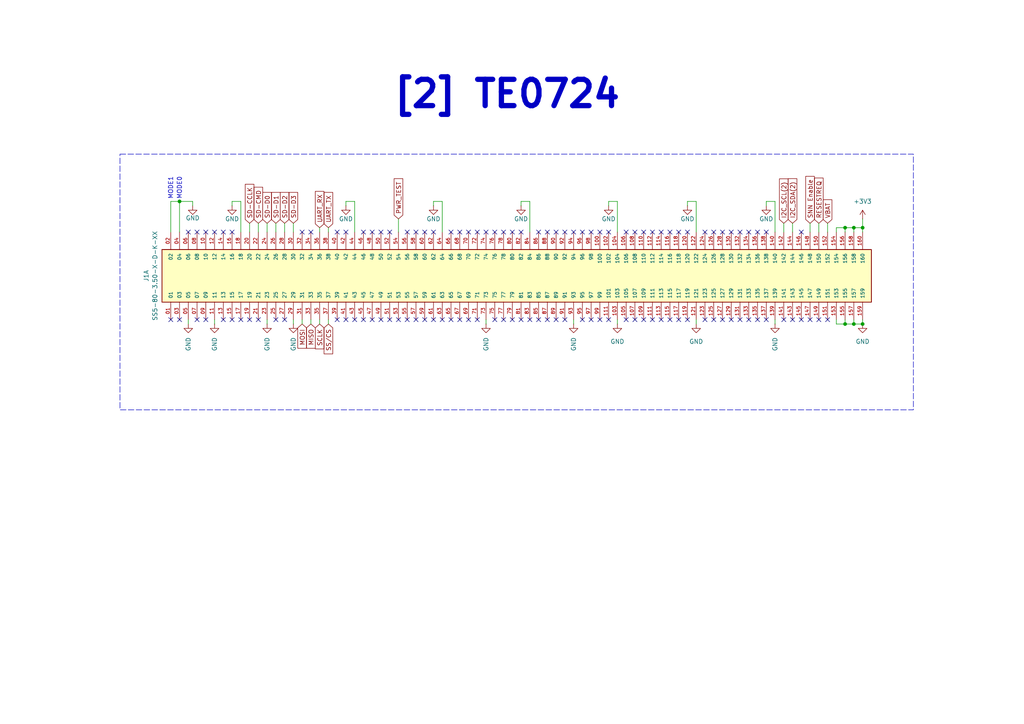
<source format=kicad_sch>
(kicad_sch (version 20250114) (generator "eeschema") (generator_version "9.0")
  (paper "A4")
  (lib_symbols
    (symbol "adapter:SS5-80-3.50-X-D-K-XX" (pin_names (offset 1.016))
      (property "Reference" "J1" (at 0 55.372 0))
      (property "Value" "SS5-80-3.50-X-D-K-XX" (at 0 52.832 0))
      (symbol "SS5-80-3.50-X-D-K-XX_1_0"
        (rectangle (start -7.62 50.8) (end 7.62 -154.94) (stroke (width 0.254)) (fill (type background)))
        (pin passive line (at -12.7 48.26 0) (length 5.08) (name "01") (number "01"))
        (pin passive line (at -12.7 45.72 0) (length 5.08) (name "03") (number "03"))
        (pin passive line (at -12.7 43.18 0) (length 5.08) (name "05") (number "05"))
        (pin passive line (at -12.7 40.64 0) (length 5.08) (name "07") (number "07"))
        (pin passive line (at -12.7 38.1 0) (length 5.08) (name "09") (number "09"))
        (pin passive line (at -12.7 35.56 0) (length 5.08) (name "11") (number "11"))
        (pin passive line (at -12.7 33.02 0) (length 5.08) (name "13") (number "13"))
        (pin passive line (at -12.7 30.48 0) (length 5.08) (name "15") (number "15"))
        (pin passive line (at -12.7 27.94 0) (length 5.08) (name "17") (number "17"))
        (pin passive line (at -12.7 25.4 0) (length 5.08) (name "19") (number "19"))
        (pin passive line (at -12.7 22.86 0) (length 5.08) (name "21") (number "21"))
        (pin passive line (at -12.7 20.32 0) (length 5.08) (name "23") (number "23"))
        (pin passive line (at -12.7 17.78 0) (length 5.08) (name "25") (number "25"))
        (pin passive line (at -12.7 15.24 0) (length 5.08) (name "27") (number "27"))
        (pin passive line (at -12.7 12.7 0) (length 5.08) (name "29") (number "29"))
        (pin passive line (at -12.7 10.16 0) (length 5.08) (name "31") (number "31"))
        (pin passive line (at -12.7 7.62 0) (length 5.08) (name "33") (number "33"))
        (pin passive line (at -12.7 5.08 0) (length 5.08) (name "35") (number "35"))
        (pin passive line (at -12.7 2.54 0) (length 5.08) (name "37") (number "37"))
        (pin passive line (at -12.7 0 0) (length 5.08) (name "39") (number "39"))
        (pin passive line (at -12.7 -2.54 0) (length 5.08) (name "41") (number "41"))
        (pin passive line (at -12.7 -5.08 0) (length 5.08) (name "43") (number "43"))
        (pin passive line (at -12.7 -7.62 0) (length 5.08) (name "45") (number "45"))
        (pin passive line (at -12.7 -10.16 0) (length 5.08) (name "47") (number "47"))
        (pin passive line (at -12.7 -12.7 0) (length 5.08) (name "49") (number "49"))
        (pin passive line (at -12.7 -15.24 0) (length 5.08) (name "51") (number "51"))
        (pin passive line (at -12.7 -17.78 0) (length 5.08) (name "53") (number "53"))
        (pin passive line (at -12.7 -20.32 0) (length 5.08) (name "55") (number "55"))
        (pin passive line (at -12.7 -22.86 0) (length 5.08) (name "57") (number "57"))
        (pin passive line (at -12.7 -25.4 0) (length 5.08) (name "59") (number "59"))
        (pin passive line (at -12.7 -27.94 0) (length 5.08) (name "61") (number "61"))
        (pin passive line (at -12.7 -30.48 0) (length 5.08) (name "63") (number "63"))
        (pin passive line (at -12.7 -33.02 0) (length 5.08) (name "65") (number "65"))
        (pin passive line (at -12.7 -35.56 0) (length 5.08) (name "67") (number "67"))
        (pin passive line (at -12.7 -38.1 0) (length 5.08) (name "69") (number "69"))
        (pin passive line (at -12.7 -40.64 0) (length 5.08) (name "71") (number "71"))
        (pin passive line (at -12.7 -43.18 0) (length 5.08) (name "73") (number "73"))
        (pin passive line (at -12.7 -45.72 0) (length 5.08) (name "75") (number "75"))
        (pin passive line (at -12.7 -48.26 0) (length 5.08) (name "77") (number "77"))
        (pin passive line (at -12.7 -50.8 0) (length 5.08) (name "79") (number "79"))
        (pin passive line (at -12.7 -53.34 0) (length 5.08) (name "81") (number "81"))
        (pin passive line (at -12.7 -55.88 0) (length 5.08) (name "83") (number "83"))
        (pin passive line (at -12.7 -58.42 0) (length 5.08) (name "85") (number "85"))
        (pin passive line (at -12.7 -60.96 0) (length 5.08) (name "87") (number "87"))
        (pin passive line (at -12.7 -63.5 0) (length 5.08) (name "89") (number "89"))
        (pin passive line (at -12.7 -66.04 0) (length 5.08) (name "91") (number "91"))
        (pin passive line (at -12.7 -68.58 0) (length 5.08) (name "93") (number "93"))
        (pin passive line (at -12.7 -71.12 0) (length 5.08) (name "95") (number "95"))
        (pin passive line (at -12.7 -73.66 0) (length 5.08) (name "97") (number "97"))
        (pin passive line (at -12.7 -76.2 0) (length 5.08) (name "99") (number "99"))
        (pin passive line (at -12.7 -78.74 0) (length 5.08) (name "101") (number "111"))
        (pin passive line (at -12.7 -81.28 0) (length 5.08) (name "103") (number "103"))
        (pin passive line (at -12.7 -83.82 0) (length 5.08) (name "105") (number "105"))
        (pin passive line (at -12.7 -86.36 0) (length 5.08) (name "107") (number "107"))
        (pin passive line (at -12.7 -88.9 0) (length 5.08) (name "109") (number "109"))
        (pin passive line (at -12.7 -91.44 0) (length 5.08) (name "111") (number "111"))
        (pin passive line (at -12.7 -93.98 0) (length 5.08) (name "113") (number "113"))
        (pin passive line (at -12.7 -96.52 0) (length 5.08) (name "115") (number "115"))
        (pin passive line (at -12.7 -99.06 0) (length 5.08) (name "117") (number "117"))
        (pin passive line (at -12.7 -101.6 0) (length 5.08) (name "119") (number "119"))
        (pin passive line (at -12.7 -104.14 0) (length 5.08) (name "121") (number "121"))
        (pin passive line (at -12.7 -106.68 0) (length 5.08) (name "123") (number "123"))
        (pin passive line (at -12.7 -109.22 0) (length 5.08) (name "125") (number "125"))
        (pin passive line (at -12.7 -111.76 0) (length 5.08) (name "127") (number "127"))
        (pin passive line (at -12.7 -114.3 0) (length 5.08) (name "129") (number "129"))
        (pin passive line (at -12.7 -116.84 0) (length 5.08) (name "131") (number "131"))
        (pin passive line (at -12.7 -119.38 0) (length 5.08) (name "133") (number "133"))
        (pin passive line (at -12.7 -121.92 0) (length 5.08) (name "135") (number "135"))
        (pin passive line (at -12.7 -124.46 0) (length 5.08) (name "137") (number "137"))
        (pin passive line (at -12.7 -127 0) (length 5.08) (name "139") (number "139"))
        (pin passive line (at -12.7 -129.54 0) (length 5.08) (name "141") (number "141"))
        (pin passive line (at -12.7 -132.08 0) (length 5.08) (name "143") (number "143"))
        (pin passive line (at -12.7 -134.62 0) (length 5.08) (name "145") (number "145"))
        (pin passive line (at -12.7 -137.16 0) (length 5.08) (name "147") (number "147"))
        (pin passive line (at -12.7 -139.7 0) (length 5.08) (name "149") (number "149"))
        (pin passive line (at -12.7 -142.24 0) (length 5.08) (name "151") (number "151"))
        (pin passive line (at -12.7 -144.78 0) (length 5.08) (name "153") (number "153"))
        (pin passive line (at -12.7 -147.32 0) (length 5.08) (name "155") (number "155"))
        (pin passive line (at -12.7 -149.86 0) (length 5.08) (name "157") (number "157"))
        (pin passive line (at -12.7 -152.4 0) (length 5.08) (name "159") (number "159"))
        (pin passive line (at 12.7 48.26 180) (length 5.08) (name "02") (number "02"))
        (pin passive line (at 12.7 45.72 180) (length 5.08) (name "04") (number "04"))
        (pin passive line (at 12.7 43.18 180) (length 5.08) (name "06") (number "06"))
        (pin passive line (at 12.7 40.64 180) (length 5.08) (name "08") (number "08"))
        (pin passive line (at 12.7 38.1 180) (length 5.08) (name "10") (number "10"))
        (pin passive line (at 12.7 35.56 180) (length 5.08) (name "12") (number "12"))
        (pin passive line (at 12.7 33.02 180) (length 5.08) (name "14") (number "14"))
        (pin passive line (at 12.7 30.48 180) (length 5.08) (name "16") (number "16"))
        (pin passive line (at 12.7 27.94 180) (length 5.08) (name "18") (number "18"))
        (pin passive line (at 12.7 25.4 180) (length 5.08) (name "20") (number "20"))
        (pin passive line (at 12.7 22.86 180) (length 5.08) (name "22") (number "22"))
        (pin passive line (at 12.7 20.32 180) (length 5.08) (name "24") (number "24"))
        (pin passive line (at 12.7 17.78 180) (length 5.08) (name "26") (number "26"))
        (pin passive line (at 12.7 15.24 180) (length 5.08) (name "28") (number "28"))
        (pin passive line (at 12.7 12.7 180) (length 5.08) (name "30") (number "30"))
        (pin passive line (at 12.7 10.16 180) (length 5.08) (name "32") (number "32"))
        (pin passive line (at 12.7 7.62 180) (length 5.08) (name "34") (number "34"))
        (pin passive line (at 12.7 5.08 180) (length 5.08) (name "36") (number "36"))
        (pin passive line (at 12.7 2.54 180) (length 5.08) (name "38") (number "38"))
        (pin passive line (at 12.7 0 180) (length 5.08) (name "40") (number "40"))
        (pin passive line (at 12.7 -2.54 180) (length 5.08) (name "42") (number "42"))
        (pin passive line (at 12.7 -5.08 180) (length 5.08) (name "44") (number "44"))
        (pin passive line (at 12.7 -7.62 180) (length 5.08) (name "46") (number "46"))
        (pin passive line (at 12.7 -10.16 180) (length 5.08) (name "48") (number "48"))
        (pin passive line (at 12.7 -12.7 180) (length 5.08) (name "50") (number "50"))
        (pin passive line (at 12.7 -15.24 180) (length 5.08) (name "52") (number "52"))
        (pin passive line (at 12.7 -17.78 180) (length 5.08) (name "54") (number "54"))
        (pin passive line (at 12.7 -20.32 180) (length 5.08) (name "56") (number "56"))
        (pin passive line (at 12.7 -22.86 180) (length 5.08) (name "58") (number "58"))
        (pin passive line (at 12.7 -25.4 180) (length 5.08) (name "60") (number "60"))
        (pin passive line (at 12.7 -27.94 180) (length 5.08) (name "62") (number "62"))
        (pin passive line (at 12.7 -30.48 180) (length 5.08) (name "64") (number "64"))
        (pin passive line (at 12.7 -33.02 180) (length 5.08) (name "66") (number "66"))
        (pin passive line (at 12.7 -35.56 180) (length 5.08) (name "68") (number "68"))
        (pin passive line (at 12.7 -38.1 180) (length 5.08) (name "70") (number "70"))
        (pin passive line (at 12.7 -40.64 180) (length 5.08) (name "72") (number "72"))
        (pin passive line (at 12.7 -43.18 180) (length 5.08) (name "74") (number "74"))
        (pin passive line (at 12.7 -45.72 180) (length 5.08) (name "76") (number "76"))
        (pin passive line (at 12.7 -48.26 180) (length 5.08) (name "78") (number "78"))
        (pin passive line (at 12.7 -50.8 180) (length 5.08) (name "80") (number "80"))
        (pin passive line (at 12.7 -53.34 180) (length 5.08) (name "82") (number "82"))
        (pin passive line (at 12.7 -55.88 180) (length 5.08) (name "84") (number "84"))
        (pin passive line (at 12.7 -58.42 180) (length 5.08) (name "86") (number "86"))
        (pin passive line (at 12.7 -60.96 180) (length 5.08) (name "88") (number "88"))
        (pin passive line (at 12.7 -63.5 180) (length 5.08) (name "90") (number "90"))
        (pin passive line (at 12.7 -66.04 180) (length 5.08) (name "92") (number "92"))
        (pin passive line (at 12.7 -68.58 180) (length 5.08) (name "94") (number "94"))
        (pin passive line (at 12.7 -71.12 180) (length 5.08) (name "96") (number "96"))
        (pin passive line (at 12.7 -73.66 180) (length 5.08) (name "98") (number "98"))
        (pin passive line (at 12.7 -76.2 180) (length 5.08) (name "100") (number "100"))
        (pin passive line (at 12.7 -78.74 180) (length 5.08) (name "102") (number "102"))
        (pin passive line (at 12.7 -81.28 180) (length 5.08) (name "104") (number "104"))
        (pin passive line (at 12.7 -83.82 180) (length 5.08) (name "106") (number "106"))
        (pin passive line (at 12.7 -86.36 180) (length 5.08) (name "108") (number "108"))
        (pin passive line (at 12.7 -88.9 180) (length 5.08) (name "110") (number "110"))
        (pin passive line (at 12.7 -91.44 180) (length 5.08) (name "112") (number "112"))
        (pin passive line (at 12.7 -93.98 180) (length 5.08) (name "114") (number "114"))
        (pin passive line (at 12.7 -96.52 180) (length 5.08) (name "116") (number "116"))
        (pin passive line (at 12.7 -99.06 180) (length 5.08) (name "118") (number "118"))
        (pin passive line (at 12.7 -101.6 180) (length 5.08) (name "120") (number "120"))
        (pin passive line (at 12.7 -104.14 180) (length 5.08) (name "122") (number "122"))
        (pin passive line (at 12.7 -106.68 180) (length 5.08) (name "124") (number "124"))
        (pin passive line (at 12.7 -109.22 180) (length 5.08) (name "126") (number "126"))
        (pin passive line (at 12.7 -111.76 180) (length 5.08) (name "128") (number "128"))
        (pin passive line (at 12.7 -114.3 180) (length 5.08) (name "130") (number "130"))
        (pin passive line (at 12.7 -116.84 180) (length 5.08) (name "132") (number "132"))
        (pin passive line (at 12.7 -119.38 180) (length 5.08) (name "134") (number "134"))
        (pin passive line (at 12.7 -121.92 180) (length 5.08) (name "136") (number "136"))
        (pin passive line (at 12.7 -124.46 180) (length 5.08) (name "138") (number "138"))
        (pin passive line (at 12.7 -127 180) (length 5.08) (name "140") (number "140"))
        (pin passive line (at 12.7 -129.54 180) (length 5.08) (name "142") (number "142"))
        (pin passive line (at 12.7 -132.08 180) (length 5.08) (name "144") (number "144"))
        (pin passive line (at 12.7 -134.62 180) (length 5.08) (name "146") (number "146"))
        (pin passive line (at 12.7 -137.16 180) (length 5.08) (name "148") (number "148"))
        (pin passive line (at 12.7 -139.7 180) (length 5.08) (name "150") (number "150"))
        (pin passive line (at 12.7 -142.24 180) (length 5.08) (name "152") (number "152"))
        (pin passive line (at 12.7 -144.78 180) (length 5.08) (name "154") (number "154"))
        (pin passive line (at 12.7 -147.32 180) (length 5.08) (name "156") (number "156"))
        (pin passive line (at 12.7 -149.86 180) (length 5.08) (name "158") (number "158"))
        (pin passive line (at 12.7 -152.4 180) (length 5.08) (name "160") (number "160"))
      )
      (symbol "SS5-80-3.50-X-D-K-XX_2_0"
        (rectangle (start -7.62 -53.34) (end 7.62 50.8) (stroke (width 0.254)) (fill (type background)))
        (pin passive line (at -12.7 48.26 0) (length 5.08) (name "81") (number "81"))
        (pin passive line (at -12.7 45.72 0) (length 5.08) (name "83") (number "83"))
        (pin passive line (at -12.7 43.18 0) (length 5.08) (name "85") (number "85"))
        (pin passive line (at -12.7 40.64 0) (length 5.08) (name "87") (number "87"))
        (pin passive line (at -12.7 38.1 0) (length 5.08) (name "89") (number "89"))
        (pin passive line (at -12.7 35.56 0) (length 5.08) (name "91") (number "91"))
        (pin passive line (at -12.7 33.02 0) (length 5.08) (name "93") (number "93"))
        (pin passive line (at -12.7 30.48 0) (length 5.08) (name "95") (number "95"))
        (pin passive line (at -12.7 27.94 0) (length 5.08) (name "97") (number "97"))
        (pin passive line (at -12.7 25.4 0) (length 5.08) (name "99") (number "99"))
        (pin passive line (at -12.7 22.86 0) (length 5.08) (name "101") (number "101"))
        (pin passive line (at -12.7 20.32 0) (length 5.08) (name "103") (number "103"))
        (pin passive line (at -12.7 17.78 0) (length 5.08) (name "105") (number "105"))
        (pin passive line (at -12.7 15.24 0) (length 5.08) (name "107") (number "107"))
        (pin passive line (at -12.7 12.7 0) (length 5.08) (name "109") (number "109"))
        (pin passive line (at -12.7 10.16 0) (length 5.08) (name "111") (number "111"))
        (pin passive line (at -12.7 7.62 0) (length 5.08) (name "113") (number "113"))
        (pin passive line (at -12.7 5.08 0) (length 5.08) (name "115") (number "115"))
        (pin passive line (at -12.7 2.54 0) (length 5.08) (name "117") (number "117"))
        (pin passive line (at -12.7 0 0) (length 5.08) (name "119") (number "119"))
        (pin passive line (at -12.7 -2.54 0) (length 5.08) (name "121") (number "121"))
        (pin passive line (at -12.7 -5.08 0) (length 5.08) (name "123") (number "123"))
        (pin passive line (at -12.7 -7.62 0) (length 5.08) (name "125") (number "125"))
        (pin passive line (at -12.7 -10.16 0) (length 5.08) (name "127") (number "127"))
        (pin passive line (at -12.7 -12.7 0) (length 5.08) (name "129") (number "129"))
        (pin passive line (at -12.7 -15.24 0) (length 5.08) (name "131") (number "131"))
        (pin passive line (at -12.7 -17.78 0) (length 5.08) (name "133") (number "133"))
        (pin passive line (at -12.7 -20.32 0) (length 5.08) (name "135") (number "135"))
        (pin passive line (at -12.7 -22.86 0) (length 5.08) (name "137") (number "137"))
        (pin passive line (at -12.7 -25.4 0) (length 5.08) (name "139") (number "139"))
        (pin passive line (at -12.7 -27.94 0) (length 5.08) (name "141") (number "141"))
        (pin passive line (at -12.7 -30.48 0) (length 5.08) (name "143") (number "143"))
        (pin passive line (at -12.7 -33.02 0) (length 5.08) (name "145") (number "145"))
        (pin passive line (at -12.7 -35.56 0) (length 5.08) (name "147") (number "147"))
        (pin passive line (at -12.7 -38.1 0) (length 5.08) (name "149") (number "149"))
        (pin passive line (at -12.7 -40.64 0) (length 5.08) (name "151") (number "151"))
        (pin passive line (at -12.7 -43.18 0) (length 5.08) (name "153") (number "153"))
        (pin passive line (at -12.7 -45.72 0) (length 5.08) (name "155") (number "155"))
        (pin passive line (at -12.7 -48.26 0) (length 5.08) (name "157") (number "157"))
        (pin passive line (at -12.7 -50.8 0) (length 5.08) (name "159") (number "159"))
        (pin passive line (at 12.7 48.26 180) (length 5.08) (name "82") (number "82"))
        (pin passive line (at 12.7 45.72 180) (length 5.08) (name "84") (number "84"))
        (pin passive line (at 12.7 43.18 180) (length 5.08) (name "86") (number "86"))
        (pin passive line (at 12.7 40.64 180) (length 5.08) (name "88") (number "88"))
        (pin passive line (at 12.7 38.1 180) (length 5.08) (name "90") (number "90"))
        (pin passive line (at 12.7 35.56 180) (length 5.08) (name "92") (number "92"))
        (pin passive line (at 12.7 33.02 180) (length 5.08) (name "94") (number "94"))
        (pin passive line (at 12.7 30.48 180) (length 5.08) (name "96") (number "96"))
        (pin passive line (at 12.7 27.94 180) (length 5.08) (name "98") (number "98"))
        (pin passive line (at 12.7 25.4 180) (length 5.08) (name "100") (number "100"))
        (pin passive line (at 12.7 22.86 180) (length 5.08) (name "102") (number "102"))
        (pin passive line (at 12.7 20.32 180) (length 5.08) (name "104") (number "104"))
        (pin passive line (at 12.7 17.78 180) (length 5.08) (name "106") (number "106"))
        (pin passive line (at 12.7 15.24 180) (length 5.08) (name "108") (number "108"))
        (pin passive line (at 12.7 12.7 180) (length 5.08) (name "110") (number "110"))
        (pin passive line (at 12.7 10.16 180) (length 5.08) (name "112") (number "112"))
        (pin passive line (at 12.7 7.62 180) (length 5.08) (name "114") (number "114"))
        (pin passive line (at 12.7 5.08 180) (length 5.08) (name "116") (number "116"))
        (pin passive line (at 12.7 2.54 180) (length 5.08) (name "118") (number "118"))
        (pin passive line (at 12.7 0 180) (length 5.08) (name "120") (number "120"))
        (pin passive line (at 12.7 -2.54 180) (length 5.08) (name "122") (number "122"))
        (pin passive line (at 12.7 -5.08 180) (length 5.08) (name "124") (number "124"))
        (pin passive line (at 12.7 -7.62 180) (length 5.08) (name "126") (number "126"))
        (pin passive line (at 12.7 -10.16 180) (length 5.08) (name "128") (number "128"))
        (pin passive line (at 12.7 -12.7 180) (length 5.08) (name "130") (number "130"))
        (pin passive line (at 12.7 -15.24 180) (length 5.08) (name "132") (number "132"))
        (pin passive line (at 12.7 -17.78 180) (length 5.08) (name "134") (number "134"))
        (pin passive line (at 12.7 -20.32 180) (length 5.08) (name "136") (number "136"))
        (pin passive line (at 12.7 -22.86 180) (length 5.08) (name "138") (number "138"))
        (pin passive line (at 12.7 -25.4 180) (length 5.08) (name "140") (number "140"))
        (pin passive line (at 12.7 -27.94 180) (length 5.08) (name "142") (number "142"))
        (pin passive line (at 12.7 -30.48 180) (length 5.08) (name "144") (number "144"))
        (pin passive line (at 12.7 -33.02 180) (length 5.08) (name "146") (number "146"))
        (pin passive line (at 12.7 -35.56 180) (length 5.08) (name "148") (number "148"))
        (pin passive line (at 12.7 -38.1 180) (length 5.08) (name "150") (number "150"))
        (pin passive line (at 12.7 -40.64 180) (length 5.08) (name "152") (number "152"))
        (pin passive line (at 12.7 -43.18 180) (length 5.08) (name "154") (number "154"))
        (pin passive line (at 12.7 -45.72 180) (length 5.08) (name "156") (number "156"))
        (pin passive line (at 12.7 -48.26 180) (length 5.08) (name "158") (number "158"))
        (pin passive line (at 12.7 -50.8 180) (length 5.08) (name "160") (number "160"))
      )
    )
    (symbol "power:+3V3" (power) (pin_numbers (hide yes)) (pin_names (offset 0) (hide yes))
      (property "Value" "+3V3" (at 0 3.556 0))
      (symbol "+3V3_0_1"
        (polyline (pts (xy -0.762 1.27) (xy 0 2.54)))
        (polyline (pts (xy 0 2.54) (xy 0.762 1.27)))
        (polyline (pts (xy 0 0) (xy 0 2.54)))
      )
      (symbol "+3V3_1_1"
        (pin power_in line (at 0 0 90) (length 0) (name "~") (number "1"))
      )
    )
    (symbol "power:GND" (power) (pin_numbers (hide yes)) (pin_names (offset 0) (hide yes))
      (property "Value" "GND" (at 0 -3.81 0))
      (symbol "GND_0_1"
        (polyline (pts (xy 0 0) (xy 0 -1.27) (xy 1.27 -1.27) (xy 0 -2.54) (xy -1.27 -1.27) (xy 0 -1.27)))
      )
      (symbol "GND_1_1"
        (pin power_in line (at 0 0 270) (length 0) (name "~") (number "1"))
      )
    )
  )
  (rectangle (start 34.798 44.704) (end 264.922 118.872) (stroke (width 0) (type dash)))
  (text "MODE0" (at 52.07 54.61 90) (effects (font (size 1.27 1.27))))
  (text "MODE1" (at 49.53 54.61 90) (effects (font (size 1.27 1.27))))
  (text "[2] TE0724" (at 147.066 27.432 0) (effects (font (size 7.62 7.62) (thickness 1.524) (bold yes))))
  (junction (at 247.65 93.98))
  (junction (at 247.65 66.04))
  (junction (at 52.07 58.42))
  (junction (at 250.19 66.04))
  (junction (at 250.19 93.98))
  (junction (at 245.11 66.04))
  (junction (at 245.11 93.98))
  (no_connect (at 146.05 92.71))
  (no_connect (at 146.05 67.31))
  (no_connect (at 151.13 92.71))
  (no_connect (at 135.89 67.31))
  (no_connect (at 212.09 92.71))
  (no_connect (at 229.87 92.71))
  (no_connect (at 138.43 92.71))
  (no_connect (at 181.61 92.71))
  (no_connect (at 113.03 67.31))
  (no_connect (at 64.77 92.71))
  (no_connect (at 214.63 92.71))
  (no_connect (at 194.31 67.31))
  (no_connect (at 232.41 67.31))
  (no_connect (at 130.81 67.31))
  (no_connect (at 204.47 67.31))
  (no_connect (at 105.41 92.71))
  (no_connect (at 156.21 67.31))
  (no_connect (at 62.23 67.31))
  (no_connect (at 222.25 67.31))
  (no_connect (at 184.15 67.31))
  (no_connect (at 158.75 67.31))
  (no_connect (at 67.31 67.31))
  (no_connect (at 214.63 67.31))
  (no_connect (at 80.01 92.71))
  (no_connect (at 120.65 92.71))
  (no_connect (at 237.49 92.71))
  (no_connect (at 143.51 92.71))
  (no_connect (at 72.39 92.71))
  (no_connect (at 135.89 92.71))
  (no_connect (at 57.15 92.71))
  (no_connect (at 110.49 92.71))
  (no_connect (at 54.61 67.31))
  (no_connect (at 209.55 92.71))
  (no_connect (at 123.19 67.31))
  (no_connect (at 107.95 92.71))
  (no_connect (at 212.09 67.31))
  (no_connect (at 102.87 92.71))
  (no_connect (at 217.17 92.71))
  (no_connect (at 100.33 92.71))
  (no_connect (at 222.25 92.71))
  (no_connect (at 163.83 92.71))
  (no_connect (at 156.21 92.71))
  (no_connect (at 148.59 67.31))
  (no_connect (at 161.29 92.71))
  (no_connect (at 115.57 92.71))
  (no_connect (at 168.91 92.71))
  (no_connect (at 207.01 92.71))
  (no_connect (at 189.23 92.71))
  (no_connect (at 82.55 92.71))
  (no_connect (at 227.33 92.71))
  (no_connect (at 207.01 67.31))
  (no_connect (at 176.53 67.31))
  (no_connect (at 153.67 92.71))
  (no_connect (at 97.79 67.31))
  (no_connect (at 67.31 92.71))
  (no_connect (at 59.69 67.31))
  (no_connect (at 100.33 67.31))
  (no_connect (at 184.15 92.71))
  (no_connect (at 140.97 67.31))
  (no_connect (at 181.61 67.31))
  (no_connect (at 191.77 67.31))
  (no_connect (at 173.99 67.31))
  (no_connect (at 74.93 92.71))
  (no_connect (at 199.39 92.71))
  (no_connect (at 163.83 67.31))
  (no_connect (at 105.41 67.31))
  (no_connect (at 118.11 92.71))
  (no_connect (at 64.77 67.31))
  (no_connect (at 110.49 67.31))
  (no_connect (at 158.75 92.71))
  (no_connect (at 196.85 92.71))
  (no_connect (at 189.23 67.31))
  (no_connect (at 209.55 67.31))
  (no_connect (at 171.45 67.31))
  (no_connect (at 168.91 67.31))
  (no_connect (at 186.69 92.71))
  (no_connect (at 120.65 67.31))
  (no_connect (at 194.31 92.71))
  (no_connect (at 173.99 92.71))
  (no_connect (at 191.77 92.71))
  (no_connect (at 219.71 92.71))
  (no_connect (at 57.15 67.31))
  (no_connect (at 186.69 67.31))
  (no_connect (at 148.59 92.71))
  (no_connect (at 59.69 92.71))
  (no_connect (at 125.73 67.31))
  (no_connect (at 234.95 92.71))
  (no_connect (at 232.41 92.71))
  (no_connect (at 123.19 92.71))
  (no_connect (at 133.35 92.71))
  (no_connect (at 118.11 67.31))
  (no_connect (at 171.45 92.71))
  (no_connect (at 166.37 67.31))
  (no_connect (at 87.63 67.31))
  (no_connect (at 143.51 67.31))
  (no_connect (at 138.43 67.31))
  (no_connect (at 217.17 67.31))
  (no_connect (at 49.53 92.71))
  (no_connect (at 133.35 67.31))
  (no_connect (at 52.07 92.71))
  (no_connect (at 107.95 67.31))
  (no_connect (at 113.03 92.71))
  (no_connect (at 176.53 92.71))
  (no_connect (at 204.47 92.71))
  (no_connect (at 240.03 92.71))
  (no_connect (at 130.81 92.71))
  (no_connect (at 151.13 67.31))
  (no_connect (at 97.79 92.71))
  (no_connect (at 199.39 67.31))
  (no_connect (at 69.85 92.71))
  (no_connect (at 161.29 67.31))
  (no_connect (at 196.85 67.31))
  (no_connect (at 219.71 67.31))
  (no_connect (at 90.17 67.31))
  (no_connect (at 128.27 92.71))
  (no_connect (at 125.73 92.71))
  (wire (pts (xy 153.67 58.42) (xy 153.67 67.31)))
  (wire (pts (xy 242.57 93.98) (xy 245.11 93.98)))
  (wire (pts (xy 201.93 93.98) (xy 201.93 92.71)))
  (wire (pts (xy 69.85 58.42) (xy 69.85 67.31)))
  (wire (pts (xy 52.07 58.42) (xy 52.07 67.31)))
  (wire (pts (xy 247.65 93.98) (xy 250.19 93.98)))
  (wire (pts (xy 92.71 67.31) (xy 92.71 66.04)))
  (wire (pts (xy 242.57 66.04) (xy 245.11 66.04)))
  (wire (pts (xy 74.93 67.31) (xy 74.93 64.77)))
  (wire (pts (xy 250.19 66.04) (xy 250.19 67.31)))
  (wire (pts (xy 151.13 58.42) (xy 151.13 59.69)))
  (wire (pts (xy 54.61 93.98) (xy 54.61 92.71)))
  (wire (pts (xy 166.37 93.98) (xy 166.37 92.71)))
  (wire (pts (xy 245.11 92.71) (xy 245.11 93.98)))
  (wire (pts (xy 227.33 64.77) (xy 227.33 67.31)))
  (wire (pts (xy 247.65 66.04) (xy 247.65 67.31)))
  (wire (pts (xy 125.73 58.42) (xy 128.27 58.42)))
  (wire (pts (xy 67.31 58.42) (xy 69.85 58.42)))
  (wire (pts (xy 245.11 66.04) (xy 245.11 67.31)))
  (wire (pts (xy 234.95 67.31) (xy 234.95 64.77)))
  (wire (pts (xy 125.73 58.42) (xy 125.73 59.69)))
  (wire (pts (xy 199.39 58.42) (xy 201.93 58.42)))
  (wire (pts (xy 115.57 67.31) (xy 115.57 63.5)))
  (wire (pts (xy 85.09 93.98) (xy 85.09 92.71)))
  (wire (pts (xy 87.63 93.98) (xy 87.63 92.71)))
  (wire (pts (xy 55.88 58.42) (xy 55.88 59.69)))
  (wire (pts (xy 72.39 67.31) (xy 72.39 64.77)))
  (wire (pts (xy 245.11 66.04) (xy 247.65 66.04)))
  (wire (pts (xy 250.19 63.5) (xy 250.19 66.04)))
  (wire (pts (xy 49.53 58.42) (xy 49.53 67.31)))
  (wire (pts (xy 250.19 92.71) (xy 250.19 93.98)))
  (wire (pts (xy 49.53 58.42) (xy 52.07 58.42)))
  (wire (pts (xy 229.87 64.77) (xy 229.87 67.31)))
  (wire (pts (xy 240.03 64.77) (xy 240.03 67.31)))
  (wire (pts (xy 77.47 67.31) (xy 77.47 64.77)))
  (wire (pts (xy 247.65 66.04) (xy 250.19 66.04)))
  (wire (pts (xy 176.53 58.42) (xy 176.53 59.69)))
  (wire (pts (xy 52.07 58.42) (xy 55.88 58.42)))
  (wire (pts (xy 176.53 58.42) (xy 179.07 58.42)))
  (wire (pts (xy 82.55 67.31) (xy 82.55 64.77)))
  (wire (pts (xy 224.79 93.98) (xy 224.79 92.71)))
  (wire (pts (xy 100.33 58.42) (xy 100.33 59.69)))
  (wire (pts (xy 224.79 58.42) (xy 224.79 67.31)))
  (wire (pts (xy 245.11 93.98) (xy 247.65 93.98)))
  (wire (pts (xy 242.57 67.31) (xy 242.57 66.04)))
  (wire (pts (xy 102.87 58.42) (xy 102.87 67.31)))
  (wire (pts (xy 100.33 58.42) (xy 102.87 58.42)))
  (wire (pts (xy 179.07 92.71) (xy 179.07 93.98)))
  (wire (pts (xy 237.49 64.77) (xy 237.49 67.31)))
  (wire (pts (xy 222.25 58.42) (xy 224.79 58.42)))
  (wire (pts (xy 128.27 58.42) (xy 128.27 67.31)))
  (wire (pts (xy 95.25 93.98) (xy 95.25 92.71)))
  (wire (pts (xy 201.93 58.42) (xy 201.93 67.31)))
  (wire (pts (xy 140.97 93.98) (xy 140.97 92.71)))
  (wire (pts (xy 242.57 92.71) (xy 242.57 93.98)))
  (wire (pts (xy 80.01 67.31) (xy 80.01 64.77)))
  (wire (pts (xy 67.31 58.42) (xy 67.31 59.69)))
  (wire (pts (xy 62.23 93.98) (xy 62.23 92.71)))
  (wire (pts (xy 199.39 58.42) (xy 199.39 59.69)))
  (wire (pts (xy 151.13 58.42) (xy 153.67 58.42)))
  (wire (pts (xy 85.09 67.31) (xy 85.09 64.77)))
  (wire (pts (xy 179.07 58.42) (xy 179.07 67.31)))
  (wire (pts (xy 222.25 58.42) (xy 222.25 59.69)))
  (wire (pts (xy 90.17 93.98) (xy 90.17 92.71)))
  (wire (pts (xy 95.25 67.31) (xy 95.25 66.04)))
  (wire (pts (xy 77.47 93.98) (xy 77.47 92.71)))
  (wire (pts (xy 92.71 93.98) (xy 92.71 92.71)))
  (wire (pts (xy 247.65 92.71) (xy 247.65 93.98)))
  (global_label "SD-D0" (shape input) (at 77.47 64.77 90) (property "Intersheetrefs" "${INTERSHEET_REFS}" (effects (hide yes))))
  (global_label "PWR_TEST" (shape input) (at 115.57 63.5 90) (property "Intersheetrefs" "${INTERSHEET_REFS}" (effects (hide yes))))
  (global_label "SD-D3" (shape input) (at 85.09 64.77 90) (property "Intersheetrefs" "${INTERSHEET_REFS}" (effects (hide yes))))
  (global_label "VBAT" (shape input) (at 240.03 64.77 90) (property "Intersheetrefs" "${INTERSHEET_REFS}" (effects (hide yes))))
  (global_label "SS{slash}CS" (shape input) (at 95.25 93.98 270) (property "Intersheetrefs" "${INTERSHEET_REFS}" (effects (hide yes))))
  (global_label "UART_RX" (shape input) (at 92.71 66.04 90) (property "Intersheetrefs" "${INTERSHEET_REFS}" (effects (hide yes))))
  (global_label "SD-D1" (shape input) (at 80.01 64.77 90) (property "Intersheetrefs" "${INTERSHEET_REFS}" (effects (hide yes))))
  (global_label "MOSI" (shape input) (at 87.63 93.98 270) (property "Intersheetrefs" "${INTERSHEET_REFS}" (effects (hide yes))))
  (global_label "MISO" (shape input) (at 90.17 93.98 270) (property "Intersheetrefs" "${INTERSHEET_REFS}" (effects (hide yes))))
  (global_label "SCLK" (shape input) (at 92.71 93.98 270) (property "Intersheetrefs" "${INTERSHEET_REFS}" (effects (hide yes))))
  (global_label "I2C_SDA(2)" (shape input) (at 229.87 64.77 90) (property "Intersheetrefs" "${INTERSHEET_REFS}" (effects (hide yes))))
  (global_label "UART_TX" (shape input) (at 95.25 66.04 90) (property "Intersheetrefs" "${INTERSHEET_REFS}" (effects (hide yes))))
  (global_label "SD-D2" (shape input) (at 82.55 64.77 90) (property "Intersheetrefs" "${INTERSHEET_REFS}" (effects (hide yes))))
  (global_label "SD-CMD" (shape input) (at 74.93 64.77 90) (property "Intersheetrefs" "${INTERSHEET_REFS}" (effects (hide yes))))
  (global_label "I2C_SCL(2)" (shape input) (at 227.33 64.77 90) (property "Intersheetrefs" "${INTERSHEET_REFS}" (effects (hide yes))))
  (global_label "SNN Enable" (shape input) (at 234.95 64.77 90) (property "Intersheetrefs" "${INTERSHEET_REFS}" (effects (hide yes))))
  (global_label "SD-CCLK" (shape input) (at 72.39 64.77 90) (property "Intersheetrefs" "${INTERSHEET_REFS}" (effects (hide yes))))
  (global_label "RESESTREQ" (shape input) (at 237.49 64.77 90) (property "Intersheetrefs" "${INTERSHEET_REFS}" (effects (hide yes))))
  (symbol (lib_id "power:GND") (at 55.88 59.69 0) (unit 1)
    (property "Reference" "#PWR011" (effects (hide yes)))
    (property "Value" "GND" (at 55.88 63.246 0))
    (property "Description" "Power symbol creates a global label with name \"GND\" , ground" (effects (hide yes)))
  )
  (symbol (lib_id "power:GND") (at 125.73 59.69 0) (unit 1)
    (property "Reference" "#PWR07" (effects (hide yes)))
    (property "Value" "GND" (at 125.73 63.5 0))
    (property "Description" "Power symbol creates a global label with name \"GND\" , ground" (effects (hide yes)))
  )
  (symbol (lib_id "adapter:SS5-80-3.50-X-D-K-XX") (at 97.79 80.01 90) (unit 1)
    (property "Reference" "J1" (at 42.418 80.01 0))
    (property "Value" "SS5-80-3.50-X-D-K-XX" (at 44.958 80.01 0))
    (property "Footprint" "adapter:SAMTEC_SS5-80-3.50-X-D-K-XX" (effects (hide yes)))
    (property "PARTREV" "F" (effects (hide yes)))
    (property "MANUFACTURER" "Samtec" (effects (hide yes)))
    (property "MAXIMUM_PACKAGE_HEIGHT" "4.0 mm" (effects (hide yes)))
    (property "STANDARD" "Manufacturer Recommendations" (effects (hide yes)))
  )
  (symbol (lib_id "power:GND") (at 250.19 93.98 0) (unit 1)
    (property "Reference" "#PWR016" (effects (hide yes)))
    (property "Value" "GND" (at 250.19 99.06 0))
    (property "Description" "Power symbol creates a global label with name \"GND\" , ground" (effects (hide yes)))
  )
  (symbol (lib_id "power:GND") (at 62.23 93.98 0) (unit 1)
    (property "Reference" "#PWR026" (effects (hide yes)))
    (property "Value" "GND" (at 62.2299 97.79 90) (effects (justify right)))
    (property "Description" "Power symbol creates a global label with name \"GND\" , ground" (effects (hide yes)))
  )
  (symbol (lib_id "power:GND") (at 100.33 59.69 0) (unit 1)
    (property "Reference" "#PWR010" (effects (hide yes)))
    (property "Value" "GND" (at 100.33 63.5 0))
    (property "Description" "Power symbol creates a global label with name \"GND\" , ground" (effects (hide yes)))
  )
  (symbol (lib_id "power:+3V3") (at 250.19 63.5 0) (unit 1)
    (property "Reference" "#PWR019" (effects (hide yes)))
    (property "Value" "+3V3" (at 250.19 58.42 0))
    (property "Description" "Power symbol creates a global label with name \"+3V3\"" (effects (hide yes)))
  )
  (symbol (lib_id "power:GND") (at 85.09 93.98 0) (unit 1)
    (property "Reference" "#PWR014" (effects (hide yes)))
    (property "Value" "GND" (at 85.0899 97.79 90) (effects (justify right)))
    (property "Description" "Power symbol creates a global label with name \"GND\" , ground" (effects (hide yes)))
  )
  (symbol (lib_id "power:GND") (at 140.97 93.98 0) (unit 1)
    (property "Reference" "#PWR015" (effects (hide yes)))
    (property "Value" "GND" (at 140.9699 97.79 90) (effects (justify right)))
    (property "Description" "Power symbol creates a global label with name \"GND\" , ground" (effects (hide yes)))
  )
  (symbol (lib_id "power:GND") (at 166.37 93.98 0) (unit 1)
    (property "Reference" "#PWR029" (effects (hide yes)))
    (property "Value" "GND" (at 166.3699 97.79 90) (effects (justify right)))
    (property "Description" "Power symbol creates a global label with name \"GND\" , ground" (effects (hide yes)))
  )
  (symbol (lib_id "power:GND") (at 176.53 59.69 0) (unit 1)
    (property "Reference" "#PWR022" (effects (hide yes)))
    (property "Value" "GND" (at 176.53 63.5 0))
    (property "Description" "Power symbol creates a global label with name \"GND\" , ground" (effects (hide yes)))
  )
  (symbol (lib_id "power:GND") (at 151.13 59.69 0) (unit 1)
    (property "Reference" "#PWR021" (effects (hide yes)))
    (property "Value" "GND" (at 151.13 63.5 0))
    (property "Description" "Power symbol creates a global label with name \"GND\" , ground" (effects (hide yes)))
  )
  (symbol (lib_id "power:GND") (at 222.25 59.69 0) (unit 1)
    (property "Reference" "#PWR024" (effects (hide yes)))
    (property "Value" "GND" (at 222.25 63.5 0))
    (property "Description" "Power symbol creates a global label with name \"GND\" , ground" (effects (hide yes)))
  )
  (symbol (lib_id "power:GND") (at 67.31 59.69 0) (unit 1)
    (property "Reference" "#PWR06" (effects (hide yes)))
    (property "Value" "GND" (at 67.31 63.5 0))
    (property "Description" "Power symbol creates a global label with name \"GND\" , ground" (effects (hide yes)))
  )
  (symbol (lib_id "power:GND") (at 179.07 93.98 0) (unit 1)
    (property "Reference" "#PWR018" (effects (hide yes)))
    (property "Value" "GND" (at 179.07 99.06 0))
    (property "Description" "Power symbol creates a global label with name \"GND\" , ground" (effects (hide yes)))
  )
  (symbol (lib_id "power:GND") (at 77.47 93.98 0) (unit 1)
    (property "Reference" "#PWR013" (effects (hide yes)))
    (property "Value" "GND" (at 77.4699 97.79 90) (effects (justify right)))
    (property "Description" "Power symbol creates a global label with name \"GND\" , ground" (effects (hide yes)))
  )
  (symbol (lib_id "power:GND") (at 199.39 59.69 0) (unit 1)
    (property "Reference" "#PWR023" (effects (hide yes)))
    (property "Value" "GND" (at 199.39 63.5 0))
    (property "Description" "Power symbol creates a global label with name \"GND\" , ground" (effects (hide yes)))
  )
  (symbol (lib_id "power:GND") (at 224.79 93.98 0) (unit 1)
    (property "Reference" "#PWR030" (effects (hide yes)))
    (property "Value" "GND" (at 224.7899 97.79 90) (effects (justify right)))
    (property "Description" "Power symbol creates a global label with name \"GND\" , ground" (effects (hide yes)))
  )
  (symbol (lib_id "power:GND") (at 54.61 93.98 0) (unit 1)
    (property "Reference" "#PWR012" (effects (hide yes)))
    (property "Value" "GND" (at 54.6099 97.79 90) (effects (justify right)))
    (property "Description" "Power symbol creates a global label with name \"GND\" , ground" (effects (hide yes)))
  )
  (symbol (lib_id "power:GND") (at 201.93 93.98 0) (unit 1)
    (property "Reference" "#PWR017" (effects (hide yes)))
    (property "Value" "GND" (at 201.93 99.06 0))
    (property "Description" "Power symbol creates a global label with name \"GND\" , ground" (effects (hide yes)))
  )
)
</source>
